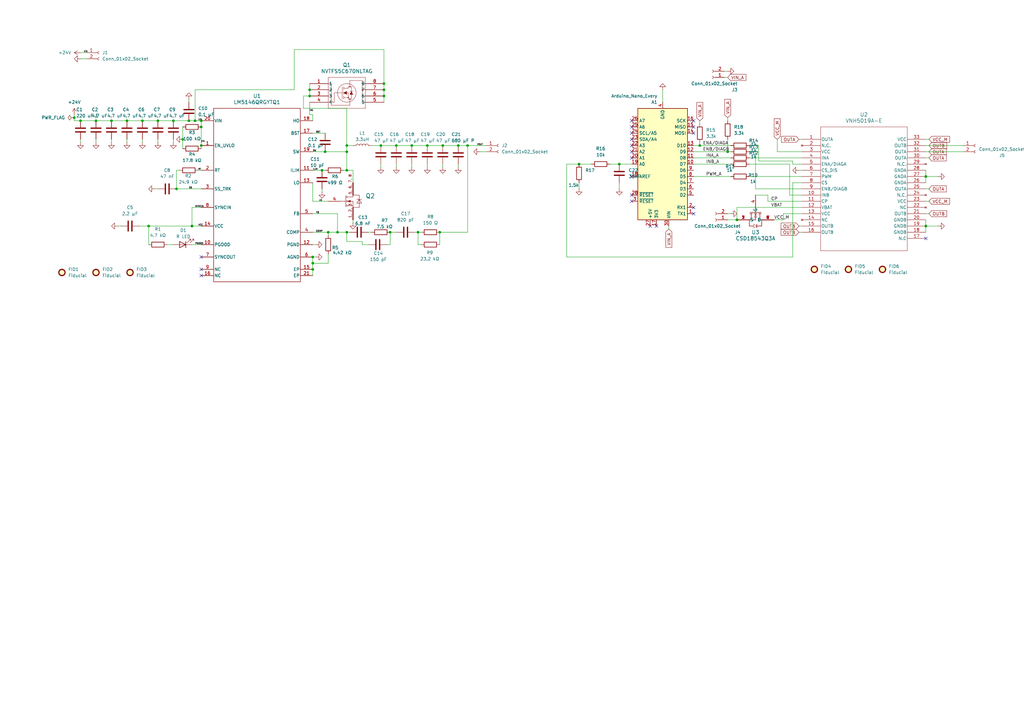
<source format=kicad_sch>
(kicad_sch (version 20250114) (generator "eeschema") (generator_version "9.0")
  (paper "A3")
  (junction (at 39.37 49.53))
  (junction (at 157.48 39.37))
  (junction (at 138.43 95.25))
  (junction (at 127 39.37))
  (junction (at 254 67.31))
  (junction (at 71.12 49.53))
  (junction (at 80.01 49.53))
  (junction (at 45.72 49.53))
  (junction (at 128.27 110.49))
  (junction (at 171.45 95.25))
  (junction (at 379.73 92.71))
  (junction (at 157.48 36.83))
  (junction (at 187.96 59.69))
  (junction (at 82.55 49.53))
  (junction (at 142.24 59.69))
  (junction (at 175.26 59.69))
  (junction (at 160.02 95.25))
  (junction (at 52.07 49.53))
  (junction (at 132.08 69.85))
  (junction (at 74.93 57.15))
  (junction (at 64.77 49.53))
  (junction (at 180.34 95.25))
  (junction (at 134.62 95.25))
  (junction (at 142.24 69.85))
  (junction (at 33.02 49.53))
  (junction (at 379.73 72.39))
  (junction (at 128.27 107.95))
  (junction (at 142.24 62.23))
  (junction (at 82.55 52.07))
  (junction (at 287.02 59.69))
  (junction (at 168.91 59.69))
  (junction (at 181.61 59.69))
  (junction (at 191.77 59.69))
  (junction (at 133.35 62.23))
  (junction (at 162.56 59.69))
  (junction (at 77.47 49.53))
  (junction (at 82.55 59.69))
  (junction (at 157.48 34.29))
  (junction (at 302.26 90.17))
  (junction (at 78.74 92.71))
  (junction (at 58.42 49.53))
  (junction (at 60.96 92.71))
  (junction (at 298.45 62.23))
  (junction (at 128.27 105.41))
  (junction (at 237.49 67.31))
  (junction (at 127 36.83))
  (junction (at 156.21 59.69))
  (junction (at 142.24 95.25))
  (junction (at 30.48 48.26))
  (junction (at 72.39 77.47))
  (no_connect (at 379.73 97.79))
  (no_connect (at 259.08 64.77))
  (no_connect (at 82.55 110.49))
  (no_connect (at 82.55 105.41))
  (no_connect (at 266.7 92.71))
  (no_connect (at 259.08 49.53))
  (no_connect (at 259.08 54.61))
  (no_connect (at 259.08 62.23))
  (no_connect (at 259.08 57.15))
  (no_connect (at 284.48 85.09))
  (no_connect (at 284.48 87.63))
  (no_connect (at 259.08 59.69))
  (no_connect (at 259.08 72.39))
  (no_connect (at 259.08 52.07))
  (no_connect (at 284.48 52.07))
  (no_connect (at 259.08 82.55))
  (no_connect (at 284.48 54.61))
  (no_connect (at 269.24 92.71))
  (no_connect (at 284.48 49.53))
  (no_connect (at 82.55 113.03))
  (no_connect (at 259.08 80.01))
  (wire (pts (xy 142.24 44.45) (xy 142.24 59.69)))
  (wire (pts (xy 287.02 49.53) (xy 287.02 50.8)))
  (wire (pts (xy 187.96 67.31) (xy 187.96 68.58)))
  (wire (pts (xy 30.48 49.53) (xy 33.02 49.53)))
  (wire (pts (xy 171.45 95.25) (xy 172.72 95.25)))
  (wire (pts (xy 298.45 62.23) (xy 299.72 62.23)))
  (wire (pts (xy 142.24 62.23) (xy 133.35 62.23)))
  (wire (pts (xy 58.42 49.53) (xy 64.77 49.53)))
  (wire (pts (xy 237.49 67.31) (xy 242.57 67.31)))
  (wire (pts (xy 328.93 67.31) (xy 325.12 67.31)))
  (wire (pts (xy 327.66 69.85) (xy 328.93 69.85)))
  (wire (pts (xy 142.24 59.69) (xy 144.78 59.69)))
  (wire (pts (xy 379.73 72.39) (xy 379.73 74.93)))
  (wire (pts (xy 284.48 67.31) (xy 299.72 67.31)))
  (wire (pts (xy 309.88 80.01) (xy 314.96 80.01)))
  (wire (pts (xy 232.41 105.41) (xy 325.12 105.41)))
  (wire (pts (xy 52.07 57.15) (xy 52.07 58.42)))
  (wire (pts (xy 157.48 20.32) (xy 157.48 34.29)))
  (wire (pts (xy 168.91 67.31) (xy 168.91 68.58)))
  (wire (pts (xy 168.91 59.69) (xy 175.26 59.69)))
  (wire (pts (xy 156.21 59.69) (xy 162.56 59.69)))
  (wire (pts (xy 162.56 67.31) (xy 162.56 68.58)))
  (wire (pts (xy 128.27 82.55) (xy 134.62 82.55)))
  (wire (pts (xy 57.15 92.71) (xy 60.96 92.71)))
  (wire (pts (xy 78.74 85.09) (xy 82.55 85.09)))
  (wire (pts (xy 379.73 72.39) (xy 384.81 72.39)))
  (wire (pts (xy 128.27 69.85) (xy 132.08 69.85)))
  (wire (pts (xy 74.93 57.15) (xy 74.93 60.96)))
  (wire (pts (xy 298.45 90.17) (xy 302.26 90.17)))
  (wire (pts (xy 271.78 41.91) (xy 271.78 36.83)))
  (wire (pts (xy 128.27 74.93) (xy 128.27 82.55)))
  (wire (pts (xy 133.35 62.23) (xy 128.27 62.23)))
  (wire (pts (xy 33.02 24.13) (xy 35.56 24.13)))
  (wire (pts (xy 142.24 62.23) (xy 142.24 69.85)))
  (wire (pts (xy 157.48 36.83) (xy 157.48 39.37)))
  (wire (pts (xy 191.77 59.69) (xy 199.39 59.69)))
  (wire (pts (xy 379.73 59.69) (xy 394.97 59.69)))
  (wire (pts (xy 73.66 69.85) (xy 72.39 69.85)))
  (wire (pts (xy 58.42 57.15) (xy 58.42 58.42)))
  (wire (pts (xy 60.96 92.71) (xy 60.96 100.33)))
  (wire (pts (xy 318.77 62.23) (xy 328.93 62.23)))
  (wire (pts (xy 134.62 95.25) (xy 134.62 96.52)))
  (wire (pts (xy 254 74.93) (xy 254 77.47)))
  (wire (pts (xy 232.41 67.31) (xy 237.49 67.31)))
  (wire (pts (xy 133.35 69.85) (xy 132.08 69.85)))
  (wire (pts (xy 138.43 87.63) (xy 138.43 95.25)))
  (wire (pts (xy 181.61 67.31) (xy 181.61 68.58)))
  (wire (pts (xy 134.62 95.25) (xy 138.43 95.25)))
  (wire (pts (xy 120.65 20.32) (xy 157.48 20.32)))
  (wire (pts (xy 142.24 99.06) (xy 148.59 99.06)))
  (wire (pts (xy 142.24 69.85) (xy 144.78 69.85)))
  (wire (pts (xy 142.24 95.25) (xy 142.24 99.06)))
  (wire (pts (xy 157.48 39.37) (xy 157.48 41.91)))
  (wire (pts (xy 64.77 77.47) (xy 63.5 77.47)))
  (wire (pts (xy 71.12 49.53) (xy 77.47 49.53)))
  (wire (pts (xy 307.34 62.23) (xy 309.88 62.23)))
  (wire (pts (xy 82.55 69.85) (xy 81.28 69.85)))
  (wire (pts (xy 298.45 87.63) (xy 299.72 87.63)))
  (wire (pts (xy 311.15 59.69) (xy 307.34 59.69)))
  (wire (pts (xy 318.77 57.15) (xy 318.77 62.23)))
  (wire (pts (xy 162.56 59.69) (xy 168.91 59.69)))
  (wire (pts (xy 78.74 100.33) (xy 82.55 100.33)))
  (wire (pts (xy 124.46 39.37) (xy 127 39.37)))
  (wire (pts (xy 309.88 77.47) (xy 328.93 77.47)))
  (wire (pts (xy 328.93 57.15) (xy 327.66 57.15)))
  (wire (pts (xy 140.97 69.85) (xy 142.24 69.85)))
  (wire (pts (xy 72.39 69.85) (xy 72.39 77.47)))
  (wire (pts (xy 127 36.83) (xy 127 39.37)))
  (wire (pts (xy 128.27 107.95) (xy 128.27 105.41)))
  (wire (pts (xy 45.72 57.15) (xy 45.72 58.42)))
  (wire (pts (xy 80.01 49.53) (xy 82.55 49.53)))
  (wire (pts (xy 82.55 59.69) (xy 82.55 60.96)))
  (wire (pts (xy 311.15 66.04) (xy 311.15 59.69)))
  (wire (pts (xy 134.62 104.14) (xy 134.62 107.95)))
  (wire (pts (xy 314.96 82.55) (xy 328.93 82.55)))
  (wire (pts (xy 379.73 87.63) (xy 381 87.63)))
  (wire (pts (xy 39.37 49.53) (xy 45.72 49.53)))
  (wire (pts (xy 68.58 100.33) (xy 71.12 100.33)))
  (wire (pts (xy 82.55 49.53) (xy 82.55 52.07)))
  (wire (pts (xy 128.27 95.25) (xy 134.62 95.25)))
  (wire (pts (xy 298.45 57.15) (xy 298.45 62.23)))
  (wire (pts (xy 134.62 107.95) (xy 128.27 107.95)))
  (wire (pts (xy 49.53 92.71) (xy 48.26 92.71)))
  (wire (pts (xy 128.27 46.99) (xy 128.27 49.53)))
  (wire (pts (xy 64.77 49.53) (xy 71.12 49.53)))
  (wire (pts (xy 287.02 59.69) (xy 284.48 59.69)))
  (wire (pts (xy 78.74 92.71) (xy 82.55 92.71)))
  (wire (pts (xy 307.34 67.31) (xy 323.85 67.31)))
  (wire (pts (xy 379.73 92.71) (xy 384.81 92.71)))
  (wire (pts (xy 171.45 100.33) (xy 171.45 95.25)))
  (wire (pts (xy 323.85 67.31) (xy 323.85 80.01)))
  (wire (pts (xy 160.02 95.25) (xy 162.56 95.25)))
  (wire (pts (xy 120.65 36.83) (xy 120.65 20.32)))
  (wire (pts (xy 160.02 100.33) (xy 160.02 95.25)))
  (wire (pts (xy 250.19 67.31) (xy 254 67.31)))
  (wire (pts (xy 175.26 67.31) (xy 175.26 68.58)))
  (wire (pts (xy 77.47 49.53) (xy 80.01 49.53)))
  (wire (pts (xy 180.34 95.25) (xy 180.34 100.33)))
  (wire (pts (xy 128.27 110.49) (xy 128.27 107.95)))
  (wire (pts (xy 314.96 80.01) (xy 314.96 82.55)))
  (wire (pts (xy 74.93 52.07) (xy 74.93 57.15)))
  (wire (pts (xy 142.24 95.25) (xy 143.51 95.25)))
  (wire (pts (xy 128.27 105.41) (xy 129.54 105.41)))
  (wire (pts (xy 60.96 92.71) (xy 78.74 92.71)))
  (wire (pts (xy 148.59 99.06) (xy 148.59 100.33)))
  (wire (pts (xy 309.88 62.23) (xy 309.88 77.47)))
  (wire (pts (xy 325.12 74.93) (xy 328.93 74.93)))
  (wire (pts (xy 170.18 95.25) (xy 171.45 95.25)))
  (wire (pts (xy 187.96 59.69) (xy 191.77 59.69)))
  (wire (pts (xy 196.85 62.23) (xy 199.39 62.23)))
  (wire (pts (xy 71.12 57.15) (xy 71.12 58.42)))
  (wire (pts (xy 142.24 59.69) (xy 142.24 62.23)))
  (wire (pts (xy 156.21 67.31) (xy 156.21 68.58)))
  (wire (pts (xy 298.45 48.26) (xy 298.45 49.53)))
  (wire (pts (xy 80.01 49.53) (xy 80.01 36.83)))
  (wire (pts (xy 158.75 100.33) (xy 160.02 100.33)))
  (wire (pts (xy 325.12 66.04) (xy 311.15 66.04)))
  (wire (pts (xy 317.5 90.17) (xy 321.31 90.17)))
  (wire (pts (xy 124.46 44.45) (xy 124.46 39.37)))
  (wire (pts (xy 80.01 36.83) (xy 120.65 36.83)))
  (wire (pts (xy 302.26 85.09) (xy 328.93 85.09)))
  (wire (pts (xy 379.73 82.55) (xy 381 82.55)))
  (wire (pts (xy 321.31 87.63) (xy 328.93 87.63)))
  (wire (pts (xy 127 41.91) (xy 127 46.99)))
  (wire (pts (xy 45.72 49.53) (xy 52.07 49.53)))
  (wire (pts (xy 325.12 74.93) (xy 325.12 105.41)))
  (wire (pts (xy 237.49 74.93) (xy 237.49 77.47)))
  (wire (pts (xy 284.48 62.23) (xy 298.45 62.23)))
  (wire (pts (xy 284.48 72.39) (xy 299.72 72.39)))
  (wire (pts (xy 33.02 49.53) (xy 39.37 49.53)))
  (wire (pts (xy 82.55 52.07) (xy 82.55 59.69)))
  (wire (pts (xy 72.39 77.47) (xy 82.55 77.47)))
  (wire (pts (xy 151.13 95.25) (xy 152.4 95.25)))
  (wire (pts (xy 128.27 87.63) (xy 138.43 87.63)))
  (wire (pts (xy 307.34 64.77) (xy 328.93 64.77)))
  (wire (pts (xy 297.18 31.75) (xy 298.45 31.75)))
  (wire (pts (xy 175.26 59.69) (xy 181.61 59.69)))
  (wire (pts (xy 379.73 77.47) (xy 381 77.47)))
  (wire (pts (xy 254 67.31) (xy 259.08 67.31)))
  (wire (pts (xy 287.02 58.42) (xy 287.02 59.69)))
  (wire (pts (xy 325.12 67.31) (xy 325.12 66.04)))
  (wire (pts (xy 232.41 105.41) (xy 232.41 67.31)))
  (wire (pts (xy 128.27 54.61) (xy 133.35 54.61)))
  (wire (pts (xy 321.31 90.17) (xy 321.31 87.63)))
  (wire (pts (xy 379.73 62.23) (xy 394.97 62.23)))
  (wire (pts (xy 152.4 59.69) (xy 156.21 59.69)))
  (wire (pts (xy 302.26 85.09) (xy 302.26 90.17)))
  (wire (pts (xy 30.48 46.99) (xy 30.48 48.26)))
  (wire (pts (xy 142.24 44.45) (xy 124.46 44.45)))
  (wire (pts (xy 132.08 77.47) (xy 132.08 78.74)))
  (wire (pts (xy 379.73 69.85) (xy 379.73 72.39)))
  (wire (pts (xy 33.02 57.15) (xy 33.02 58.42)))
  (wire (pts (xy 172.72 100.33) (xy 171.45 100.33)))
  (wire (pts (xy 284.48 64.77) (xy 299.72 64.77)))
  (wire (pts (xy 379.73 92.71) (xy 379.73 95.25)))
  (wire (pts (xy 191.77 59.69) (xy 191.77 95.25)))
  (wire (pts (xy 127 46.99) (xy 128.27 46.99)))
  (wire (pts (xy 127 34.29) (xy 127 36.83)))
  (wire (pts (xy 39.37 57.15) (xy 39.37 58.42)))
  (wire (pts (xy 379.73 57.15) (xy 381 57.15)))
  (wire (pts (xy 323.85 80.01) (xy 328.93 80.01)))
  (wire (pts (xy 307.34 72.39) (xy 328.93 72.39)))
  (wire (pts (xy 138.43 95.25) (xy 142.24 95.25)))
  (wire (pts (xy 328.93 92.71) (xy 327.66 92.71)))
  (wire (pts (xy 299.72 59.69) (xy 287.02 59.69)))
  (wire (pts (xy 77.47 40.64) (xy 77.47 41.91)))
  (wire (pts (xy 128.27 113.03) (xy 128.27 110.49)))
  (wire (pts (xy 144.78 69.85) (xy 144.78 74.93)))
  (wire (pts (xy 379.73 90.17) (xy 379.73 92.71)))
  (wire (pts (xy 181.61 59.69) (xy 187.96 59.69)))
  (wire (pts (xy 144.78 90.17) (xy 144.78 91.44)))
  (wire (pts (xy 297.18 29.21) (xy 298.45 29.21)))
  (wire (pts (xy 33.02 21.59) (xy 35.56 21.59)))
  (wire (pts (xy 148.59 100.33) (xy 151.13 100.33)))
  (wire (pts (xy 379.73 64.77) (xy 381 64.77)))
  (wire (pts (xy 128.27 100.33) (xy 129.54 100.33)))
  (wire (pts (xy 328.93 95.25) (xy 327.66 95.25)))
  (wire (pts (xy 78.74 92.71) (xy 78.74 85.09)))
  (wire (pts (xy 52.07 49.53) (xy 58.42 49.53)))
  (wire (pts (xy 180.34 95.25) (xy 191.77 95.25)))
  (wire (pts (xy 274.32 92.71) (xy 274.32 93.98)))
  (wire (pts (xy 157.48 34.29) (xy 157.48 36.83)))
  (wire (pts (xy 30.48 48.26) (xy 30.48 49.53)))
  (wire (pts (xy 64.77 57.15) (xy 64.77 58.42)))
  (label "VOUT" (at 195.58 59.69 0) (effects (font (size 0.635 0.635))))
  (label "HG" (at 127 45.72 0) (effects (font (size 0.635 0.635))))
  (label "EN" (at 82.55 58.42 0) (effects (font (size 0.635 0.635))))
  (label "INA_A" (at 289.56 64.77 0))
  (label "VCC" (at 81.28 92.71 0) (effects (font (size 0.635 0.635))))
  (label "LG" (at 130.81 82.55 0) (effects (font (size 0.635 0.635))))
  (label "BST" (at 129.54 54.61 0) (effects (font (size 0.635 0.635))))
  (label "INB_A" (at 289.56 67.31 0))
  (label "ILIM" (at 128.27 69.85 0) (effects (font (size 0.635 0.635))))
  (label "PGOOD" (at 80.01 100.33 0) (effects (font (size 0.635 0.635))))
  (label "RT" (at 81.28 69.85 0) (effects (font (size 0.635 0.635))))
  (label "VIN" (at 34.29 21.59 0) (effects (font (size 0.635 0.635))))
  (label "PWM_A" (at 289.56 72.39 0))
  (label "VBAT" (at 316.23 85.09 0))
  (label "ENA{slash}DIAGA" (at 288.29 59.69 0))
  (label "VCC_M" (at 317.5 90.17 0))
  (label "COMP" (at 129.54 95.25 0) (effects (font (size 0.635 0.635))))
  (label "SYNCIN" (at 80.01 85.09 0) (effects (font (size 0.635 0.635))))
  (label "SW" (at 128.27 62.23 0) (effects (font (size 0.635 0.635))))
  (label "FB" (at 129.54 87.63 0) (effects (font (size 0.635 0.635))))
  (label "ENB{slash}DIAGB" (at 288.29 62.23 0))
  (label "CP" (at 316.23 82.55 0))
  (label "SS" (at 77.47 77.47 0) (effects (font (size 0.635 0.635))))
  (label "VIN" (at 81.28 49.53 0) (effects (font (size 0.635 0.635))))
  (global_label "OUTB" (shape input) (at 381 87.63 0) (property "Intersheetrefs" "${INTERSHEET_REFS}" (effects (hide yes))))
  (global_label "OUTB" (shape input) (at 327.66 92.71 180) (property "Intersheetrefs" "${INTERSHEET_REFS}" (effects (hide yes))))
  (global_label "VIN_A" (shape input) (at 287.02 49.53 90) (property "Intersheetrefs" "${INTERSHEET_REFS}" (effects (hide yes))))
  (global_label "VIN_A" (shape input) (at 274.32 93.98 270) (property "Intersheetrefs" "${INTERSHEET_REFS}" (effects (hide yes))))
  (global_label "VIN_A" (shape input) (at 298.45 48.26 90) (property "Intersheetrefs" "${INTERSHEET_REFS}" (effects (hide yes))))
  (global_label "OUTB" (shape input) (at 327.66 95.25 180) (property "Intersheetrefs" "${INTERSHEET_REFS}" (effects (hide yes))))
  (global_label "VCC_M" (shape input) (at 381 57.15 0) (property "Intersheetrefs" "${INTERSHEET_REFS}" (effects (hide yes))))
  (global_label "VCC_M" (shape input) (at 381 82.55 0) (property "Intersheetrefs" "${INTERSHEET_REFS}" (effects (hide yes))))
  (global_label "OUTA" (shape input) (at 327.66 57.15 180) (property "Intersheetrefs" "${INTERSHEET_REFS}" (effects (hide yes))))
  (global_label "VIN_A" (shape input) (at 298.45 31.75 0) (property "Intersheetrefs" "${INTERSHEET_REFS}" (effects (hide yes))))
  (global_label "OUTB" (shape input) (at 381 59.69 0) (property "Intersheetrefs" "${INTERSHEET_REFS}" (effects (hide yes))))
  (global_label "OUTA" (shape input) (at 381 77.47 0) (property "Intersheetrefs" "${INTERSHEET_REFS}" (effects (hide yes))))
  (global_label "OUTA" (shape input) (at 381 62.23 0) (property "Intersheetrefs" "${INTERSHEET_REFS}" (effects (hide yes))))
  (global_label "VCC_M" (shape input) (at 318.77 57.15 90) (property "Intersheetrefs" "${INTERSHEET_REFS}" (effects (hide yes))))
  (global_label "OUTA" (shape input) (at 381 64.77 0) (property "Intersheetrefs" "${INTERSHEET_REFS}" (effects (hide yes))))
  (symbol (lib_id "Mechanical:Fiducial") (at 347.98 110.49 0) (unit 1) (in_bom no)
    (property "Reference" "FID5" (at 350.52 109.2199 0) (effects (justify left)))
    (property "Value" "Fiducial" (at 350.52 111.7599 0) (effects (justify left)))
    (property "Footprint" "Fiducial:Fiducial_1mm_Mask2mm" (effects (hide yes)))
    (property "Description" "Fiducial Marker" (effects (hide yes)))
  )
  (symbol (lib_id "Connector:Conn_01x02_Socket") (at 40.64 21.59 0) (unit 1)
    (property "Reference" "J1" (at 41.91 21.5899 0) (effects (justify left)))
    (property "Value" "Conn_01x02_Socket" (at 41.91 24.1299 0) (effects (justify left)))
    (property "Footprint" "TerminalBlock:TerminalBlock_MaiXu_MX126-5.0-02P_1x02_P5.00mm" (effects (hide yes)))
    (property "Description" "Generic connector, single row, 01x02, script generated" (effects (hide yes)))
    (property "JLCPCB Part Number" "C8269" (effects (hide yes)))
  )
  (symbol (lib_id "Device:C") (at 71.12 53.34 0) (unit 1)
    (property "Reference" "C9" (at 69.342 44.958 0) (effects (justify left)))
    (property "Value" "4.7 uF" (at 69.342 47.498 0) (effects (justify left)))
    (property "Footprint" "Capacitor_SMD:C_1206_3216Metric" (effects (hide yes)))
    (property "Description" "Unpolarized capacitor" (effects (hide yes)))
    (property "JLCPCB Part Number" "C51205" (effects (hide yes)))
  )
  (symbol (lib_id "Device:R") (at 134.62 100.33 0) (unit 1)
    (property "Reference" "R5" (at 136.144 101.6 0) (effects (justify left)))
    (property "Value" "4.42 kΩ" (at 136.398 103.632 0) (effects (justify left)))
    (property "Footprint" "Resistor_SMD:R_0805_2012Metric" (effects (hide yes)))
    (property "Description" "Resistor" (effects (hide yes)))
    (property "JLCPCB Part Number" "C2960870" (effects (hide yes)))
  )
  (symbol (lib_id "power:GND") (at 384.81 92.71 90) (unit 1)
    (property "Reference" "#PWR029" (effects (hide yes)))
    (property "Value" "GND" (effects (hide yes)))
    (property "Description" "Power symbol creates a global label with name \"GND\" , ground" (effects (hide yes)))
  )
  (symbol (lib_id "power:GND") (at 187.96 68.58 0) (unit 1)
    (property "Reference" "#PWR024" (effects (hide yes)))
    (property "Value" "GND" (effects (hide yes)))
    (property "Description" "Power symbol creates a global label with name \"GND\" , ground" (effects (hide yes)))
  )
  (symbol (lib_id "Device:L") (at 148.59 59.69 90) (unit 1)
    (property "Reference" "L1" (at 148.59 54.61 90))
    (property "Value" "3.3uH" (at 148.59 57.15 90))
    (property "Footprint" "Buck_Footprint_Library:MS1770-3R3M" (effects (hide yes)))
    (property "Description" "Inductor" (effects (hide yes)))
    (property "JLCPCB Part Number" "C18337521" (effects (hide yes)))
  )
  (symbol (lib_id "power:GND") (at 129.54 100.33 90) (unit 1)
    (property "Reference" "#PWR015" (effects (hide yes)))
    (property "Value" "GND" (effects (hide yes)))
    (property "Description" "Power symbol creates a global label with name \"GND\" , ground" (effects (hide yes)))
  )
  (symbol (lib_id "Device:C") (at 254 71.12 0) (unit 1)
    (property "Reference" "C22" (at 257.81 69.8499 0) (effects (justify left)))
    (property "Value" "33nF" (at 257.81 72.3899 0) (effects (justify left)))
    (property "Footprint" "Capacitor_SMD:C_0603_1608Metric" (effects (hide yes)))
    (property "Description" "Unpolarized capacitor" (effects (hide yes)))
    (property "JLCPCB Part Number" "C21117" (effects (hide yes)))
  )
  (symbol (lib_id "Device:C") (at 52.07 53.34 0) (unit 1)
    (property "Reference" "C4" (at 50.292 44.958 0) (effects (justify left)))
    (property "Value" "4.7 uF" (at 50.292 47.498 0) (effects (justify left)))
    (property "Footprint" "Capacitor_SMD:C_1206_3216Metric" (effects (hide yes)))
    (property "Description" "Unpolarized capacitor" (effects (hide yes)))
    (property "JLCPCB Part Number" "C51205" (effects (hide yes)))
  )
  (symbol (lib_id "Device:C") (at 133.35 58.42 0) (unit 1)
    (property "Reference" "C12" (at 126.238 57.15 0) (effects (justify left)))
    (property "Value" "0.1 μF" (at 126.238 59.69 0) (effects (justify left)))
    (property "Footprint" "Capacitor_SMD:C_0603_1608Metric" (effects (hide yes)))
    (property "Description" "Unpolarized capacitor" (effects (hide yes)))
    (property "JLCPCB Part Number" "C14663" (effects (hide yes)))
  )
  (symbol (lib_id "Device:R") (at 77.47 69.85 90) (unit 1)
    (property "Reference" "R2" (at 77.216 72.136 90))
    (property "Value" "24.9 kΩ" (at 77.216 74.676 90))
    (property "Footprint" "Resistor_SMD:R_0603_1608Metric" (effects (hide yes)))
    (property "Description" "Resistor" (effects (hide yes)))
    (property "JLCPCB Part Number" "C25962" (effects (hide yes)))
  )
  (symbol (lib_id "power:+5V") (at 30.48 46.99 0) (unit 1)
    (property "Reference" "#PWR01" (effects (hide yes)))
    (property "Value" "+24V" (at 30.48 41.91 0))
    (property "Description" "Power symbol creates a global label with name \"+5V\"" (effects (hide yes)))
  )
  (symbol (lib_id "power:GND") (at 299.72 87.63 90) (unit 1)
    (property "Reference" "#PWR027" (effects (hide yes)))
    (property "Value" "GND" (effects (hide yes)))
    (property "Description" "Power symbol creates a global label with name \"GND\" , ground" (effects (hide yes)))
  )
  (symbol (lib_id "Device:R") (at 64.77 100.33 90) (unit 1)
    (property "Reference" "R1" (at 64.77 93.98 90))
    (property "Value" "4.7 kΩ" (at 64.77 96.52 90))
    (property "Footprint" "Resistor_SMD:R_0402_1005Metric" (effects (hide yes)))
    (property "Description" "Resistor" (effects (hide yes)))
    (property "JLCPCB Part Number" "C25900" (effects (hide yes)))
  )
  (symbol (lib_id "Device:R") (at 303.53 72.39 90) (unit 1)
    (property "Reference" "R10" (at 308.864 71.882 90))
    (property "Value" "1k" (at 308.864 74.422 90))
    (property "Footprint" "Resistor_SMD:R_0603_1608Metric" (effects (hide yes)))
    (property "Description" "Resistor" (effects (hide yes)))
    (property "JLCPCB Part Number" "C21190" (effects (hide yes)))
  )
  (symbol (lib_id "power:GND") (at 237.49 77.47 0) (unit 1)
    (property "Reference" "#PWR033" (effects (hide yes)))
    (property "Value" "GND" (effects (hide yes)))
    (property "Description" "Power symbol creates a global label with name \"GND\" , ground" (effects (hide yes)))
  )
  (symbol (lib_id "power:GND") (at 129.54 105.41 90) (unit 1)
    (property "Reference" "#PWR016" (effects (hide yes)))
    (property "Value" "GND" (effects (hide yes)))
    (property "Description" "Power symbol creates a global label with name \"GND\" , ground" (effects (hide yes)))
  )
  (symbol (lib_id "Device:C") (at 39.37 53.34 0) (unit 1)
    (property "Reference" "C2" (at 37.592 44.958 0) (effects (justify left)))
    (property "Value" "4.7 uF" (at 37.592 47.498 0) (effects (justify left)))
    (property "Footprint" "Capacitor_SMD:C_1206_3216Metric" (effects (hide yes)))
    (property "Description" "Unpolarized capacitor" (effects (hide yes)))
    (property "JLCPCB Part Number" "C51205" (effects (hide yes)))
  )
  (symbol (lib_id "power:GND") (at 327.66 69.85 270) (unit 1)
    (property "Reference" "#PWR031" (effects (hide yes)))
    (property "Value" "GND" (effects (hide yes)))
    (property "Description" "Power symbol creates a global label with name \"GND\" , ground" (effects (hide yes)))
  )
  (symbol (lib_id "power:GND") (at 144.78 91.44 0) (unit 1)
    (property "Reference" "#PWR018" (effects (hide yes)))
    (property "Value" "GND" (effects (hide yes)))
    (property "Description" "Power symbol creates a global label with name \"GND\" , ground" (effects (hide yes)))
  )
  (symbol (lib_id "Device:C") (at 58.42 53.34 0) (unit 1)
    (property "Reference" "C6" (at 56.642 44.958 0) (effects (justify left)))
    (property "Value" "4.7 uF" (at 56.642 47.498 0) (effects (justify left)))
    (property "Footprint" "Capacitor_SMD:C_1206_3216Metric" (effects (hide yes)))
    (property "Description" "Unpolarized capacitor" (effects (hide yes)))
    (property "JLCPCB Part Number" "C51205" (effects (hide yes)))
  )
  (symbol (lib_id "power:GND") (at 168.91 68.58 0) (unit 1)
    (property "Reference" "#PWR021" (effects (hide yes)))
    (property "Value" "GND" (effects (hide yes)))
    (property "Description" "Power symbol creates a global label with name \"GND\" , ground" (effects (hide yes)))
  )
  (symbol (lib_id "Buck_Library:NVTFS5C670NLTAG") (at 127 34.29 0) (unit 1)
    (property "Reference" "Q1" (at 142.24 26.67 0) (effects (font (size 1.524 1.524))))
    (property "Value" "NVTFS5C670NLTAG" (at 142.24 29.21 0) (effects (font (size 1.524 1.524))))
    (property "Footprint" "Buck_Footprint_Library:WDFN8_511AB_ONS" (effects (hide yes)))
    (property "Datasheet" "NVTFS5C670NLTAG" (effects (hide yes)))
    (property "JLCPCB Part Number" "C900529" (effects (hide yes)))
  )
  (symbol (lib_id "Device:C") (at 187.96 63.5 0) (unit 1)
    (property "Reference" "C21" (at 185.166 55.118 0) (effects (justify left)))
    (property "Value" "680 µF P" (at 185.166 57.658 0) (effects (justify left)))
    (property "Footprint" "Buck_Footprint_Library:MA35V680M10X13" (effects (hide yes)))
    (property "Description" "Unpolarized capacitor" (effects (hide yes)))
    (property "JLCPCB Part Number" "C48971043" (effects (hide yes)))
  )
  (symbol (lib_id "Device:LED") (at 74.93 100.33 180) (unit 1)
    (property "Reference" "D1" (at 75.184 94.488 0))
    (property "Value" "R LED" (at 75.184 97.028 0))
    (property "Footprint" "LED_SMD:LED_0402_1005Metric" (effects (hide yes)))
    (property "Description" "Light emitting diode" (effects (hide yes)))
    (property "Sim.Pins" "1=K 2=A" (effects (hide yes)))
    (property "JLCPCB Part Number" "C510301" (effects (hide yes)))
  )
  (symbol (lib_id "Device:C") (at 166.37 95.25 90) (unit 1)
    (property "Reference" "C17" (at 166.37 87.63 90))
    (property "Value" "820 pF" (at 166.37 90.17 90))
    (property "Footprint" "Capacitor_SMD:C_0603_1608Metric" (effects (hide yes)))
    (property "Description" "Unpolarized capacitor" (effects (hide yes)))
    (property "JLCPCB Part Number" "C1632 " (effects (hide yes)))
  )
  (symbol (lib_id "power:GND") (at 52.07 58.42 0) (unit 1)
    (property "Reference" "#PWR08" (effects (hide yes)))
    (property "Value" "GND" (effects (hide yes)))
    (property "Description" "Power symbol creates a global label with name \"GND\" , ground" (effects (hide yes)))
  )
  (symbol (lib_id "Device:C") (at 181.61 63.5 0) (unit 1)
    (property "Reference" "C20" (at 178.816 55.118 0) (effects (justify left)))
    (property "Value" "47 μF" (at 178.816 57.658 0) (effects (justify left)))
    (property "Footprint" "Capacitor_SMD:C_1210_3225Metric" (effects (hide yes)))
    (property "Description" "Unpolarized capacitor" (effects (hide yes)))
    (property "JLCPCB Part Number" "C5440143" (effects (hide yes)))
  )
  (symbol (lib_id "Device:R") (at 303.53 59.69 90) (unit 1)
    (property "Reference" "R14" (at 309.118 57.658 90))
    (property "Value" "1k" (at 309.118 59.182 90))
    (property "Footprint" "Resistor_SMD:R_0603_1608Metric" (effects (hide yes)))
    (property "Description" "Resistor" (effects (hide yes)))
    (property "JLCPCB Part Number" "C21190" (effects (hide yes)))
  )
  (symbol (lib_id "power:GND") (at 196.85 62.23 270) (unit 1)
    (property "Reference" "#PWR025" (effects (hide yes)))
    (property "Value" "GND" (effects (hide yes)))
    (property "Description" "Power symbol creates a global label with name \"GND\" , ground" (effects (hide yes)))
  )
  (symbol (lib_id "Device:C") (at 168.91 63.5 0) (unit 1)
    (property "Reference" "C18" (at 166.116 55.118 0) (effects (justify left)))
    (property "Value" "47 μF" (at 166.116 57.658 0) (effects (justify left)))
    (property "Footprint" "Capacitor_SMD:C_1210_3225Metric" (effects (hide yes)))
    (property "Description" "Unpolarized capacitor" (effects (hide yes)))
    (property "JLCPCB Part Number" "C5440143" (effects (hide yes)))
  )
  (symbol (lib_id "power:GND") (at 45.72 58.42 0) (unit 1)
    (property "Reference" "#PWR06" (effects (hide yes)))
    (property "Value" "GND" (effects (hide yes)))
    (property "Description" "Power symbol creates a global label with name \"GND\" , ground" (effects (hide yes)))
  )
  (symbol (lib_id "power:+5V") (at 33.02 21.59 90) (unit 1)
    (property "Reference" "#PWR02" (effects (hide yes)))
    (property "Value" "+24V" (at 29.21 21.5899 90) (effects (justify left)))
    (property "Description" "Power symbol creates a global label with name \"+5V\"" (effects (hide yes)))
  )
  (symbol (lib_id "MCU_Module:Arduino_Nano_Every") (at 271.78 67.31 180) (unit 1)
    (property "Reference" "A1" (at 269.6367 41.91 0) (effects (justify left)))
    (property "Value" "Arduino_Nano_Every" (at 269.6367 39.37 0) (effects (justify left)))
    (property "Footprint" "Module:Arduino_Nano" (effects (hide yes)))
    (property "Datasheet" "https://content.arduino.cc/assets/NANOEveryV3.0_sch.pdf" (effects (hide yes)))
    (property "Description" "Arduino Nano Every" (effects (hide yes)))
  )
  (symbol (lib_id "Device:C") (at 154.94 100.33 90) (unit 1)
    (property "Reference" "C14" (at 155.194 103.886 90))
    (property "Value" "150 pF" (at 155.194 106.426 90))
    (property "Footprint" "Capacitor_SMD:C_0603_1608Metric" (effects (hide yes)))
    (property "Description" "Unpolarized capacitor" (effects (hide yes)))
    (property "JLCPCB Part Number" "C1594 " (effects (hide yes)))
  )
  (symbol (lib_id "power:GND") (at 156.21 68.58 0) (unit 1)
    (property "Reference" "#PWR019" (effects (hide yes)))
    (property "Value" "GND" (effects (hide yes)))
    (property "Description" "Power symbol creates a global label with name \"GND\" , ground" (effects (hide yes)))
  )
  (symbol (lib_id "power:GND") (at 63.5 77.47 270) (unit 1)
    (property "Reference" "#PWR010" (effects (hide yes)))
    (property "Value" "GND" (effects (hide yes)))
    (property "Description" "Power symbol creates a global label with name \"GND\" , ground" (effects (hide yes)))
  )
  (symbol (lib_id "Device:R") (at 303.53 67.31 90) (unit 1)
    (property "Reference" "R11" (at 299.466 68.326 90))
    (property "Value" "1k" (at 299.212 69.85 90))
    (property "Footprint" "Resistor_SMD:R_0603_1608Metric" (effects (hide yes)))
    (property "Description" "Resistor" (effects (hide yes)))
    (property "JLCPCB Part Number" "C21190" (effects (hide yes)))
  )
  (symbol (lib_id "power:GND") (at 71.12 58.42 0) (unit 1)
    (property "Reference" "#PWR012" (effects (hide yes)))
    (property "Value" "GND" (effects (hide yes)))
    (property "Description" "Power symbol creates a global label with name \"GND\" , ground" (effects (hide yes)))
  )
  (symbol (lib_id "Device:C") (at 45.72 53.34 0) (unit 1)
    (property "Reference" "C3" (at 43.942 44.958 0) (effects (justify left)))
    (property "Value" "4.7 uF" (at 43.942 47.498 0) (effects (justify left)))
    (property "Footprint" "Capacitor_SMD:C_1206_3216Metric" (effects (hide yes)))
    (property "Description" "Unpolarized capacitor" (effects (hide yes)))
    (property "JLCPCB Part Number" "C51205" (effects (hide yes)))
  )
  (symbol (lib_id "power:GND") (at 33.02 58.42 0) (unit 1)
    (property "Reference" "#PWR04" (effects (hide yes)))
    (property "Value" "GND" (effects (hide yes)))
    (property "Description" "Power symbol creates a global label with name \"GND\" , ground" (effects (hide yes)))
  )
  (symbol (lib_id "Buck_Library:VNH5019A-E") (at 328.93 57.15 0) (unit 1)
    (property "Reference" "U2" (at 354.33 46.99 0) (effects (font (size 1.524 1.524))))
    (property "Value" "VNH5019A-E" (at 354.33 49.53 0) (effects (font (size 1.524 1.524))))
    (property "Footprint" "Buck_Footprint_Library:SOIC_5019A-E_STM" (effects (hide yes)))
    (property "Datasheet" "VNH5019A-E" (effects (hide yes)))
    (property "JLCPCB Part Number" "C2653552" (effects (hide yes)))
  )
  (symbol (lib_id "power:GND") (at 175.26 68.58 0) (unit 1)
    (property "Reference" "#PWR022" (effects (hide yes)))
    (property "Value" "GND" (effects (hide yes)))
    (property "Description" "Power symbol creates a global label with name \"GND\" , ground" (effects (hide yes)))
  )
  (symbol (lib_id "power:GND") (at 254 77.47 0) (unit 1)
    (property "Reference" "#PWR032" (effects (hide yes)))
    (property "Value" "GND" (effects (hide yes)))
    (property "Description" "Power symbol creates a global label with name \"GND\" , ground" (effects (hide yes)))
  )
  (symbol (lib_id "Device:C") (at 53.34 92.71 90) (unit 1)
    (property "Reference" "C5" (at 53.34 85.09 90))
    (property "Value" "2.2 μF" (at 53.34 87.63 90))
    (property "Footprint" "Capacitor_SMD:C_0603_1608Metric" (effects (hide yes)))
    (property "Description" "Unpolarized capacitor" (effects (hide yes)))
    (property "JLCPCB Part Number" "C43922" (effects (hide yes)))
  )
  (symbol (lib_id "Device:C") (at 162.56 63.5 0) (unit 1)
    (property "Reference" "C16" (at 159.766 55.118 0) (effects (justify left)))
    (property "Value" "47 μF" (at 159.766 57.658 0) (effects (justify left)))
    (property "Footprint" "Capacitor_SMD:C_1210_3225Metric" (effects (hide yes)))
    (property "Description" "Unpolarized capacitor" (effects (hide yes)))
    (property "JLCPCB Part Number" "C5440143" (effects (hide yes)))
  )
  (symbol (lib_id "power:GND") (at 64.77 58.42 0) (unit 1)
    (property "Reference" "#PWR011" (effects (hide yes)))
    (property "Value" "GND" (effects (hide yes)))
    (property "Description" "Power symbol creates a global label with name \"GND\" , ground" (effects (hide yes)))
  )
  (symbol (lib_id "Buck_Library:BSC014N06NS") (at 139.7 80.01 0) (unit 1)
    (property "Reference" "Q2" (at 149.86 80.3774 0) (effects (font (size 1.8288 1.8288)) (justify left)))
    (property "Value" "BSC014N06NS" (effects (hide yes)))
    (property "Footprint" "Buck_Footprint_Library:INF-PG-TDSON-8-FL" (effects (hide yes)))
    (property "Description" "OptiMOS Power - MOSFET, 60 V" (effects (hide yes)))
    (property "ManufacturerPartNumber" "BSC014N06NS" (effects (hide yes)))
    (property "PackageReference" "PG-TDSON-8 FL" (effects (hide yes)))
    (property "Manufacturer" "Infineon Technologies" (effects (hide yes)))
    (property "JLCPCB Part Number" "C113391" (effects (hide yes)))
  )
  (symbol (lib_id "Device:R") (at 78.74 52.07 90) (unit 1)
    (property "Reference" "R3" (at 78.74 54.356 90))
    (property "Value" "100 kΩ" (at 78.74 56.896 90))
    (property "Footprint" "Resistor_SMD:R_0603_1608Metric" (effects (hide yes)))
    (property "Description" "Resistor" (effects (hide yes)))
    (property "JLCPCB Part Number" "C25803" (effects (hide yes)))
  )
  (symbol (lib_id "power:PWR_FLAG") (at 30.48 48.26 90) (unit 1)
    (property "Reference" "#FLG01" (effects (hide yes)))
    (property "Value" "PWR_FLAG" (at 26.67 48.2599 90) (effects (justify left)))
    (property "Description" "Special symbol for telling ERC where power comes from" (effects (hide yes)))
  )
  (symbol (lib_id "power:GND") (at 48.26 92.71 270) (unit 1)
    (property "Reference" "#PWR07" (effects (hide yes)))
    (property "Value" "GND" (effects (hide yes)))
    (property "Description" "Power symbol creates a global label with name \"GND\" , ground" (effects (hide yes)))
  )
  (symbol (lib_id "Device:C") (at 68.58 77.47 90) (unit 1)
    (property "Reference" "C8" (at 68.58 69.85 90))
    (property "Value" "47 nF" (at 68.58 72.39 90))
    (property "Footprint" "Capacitor_SMD:C_0402_1005Metric" (effects (hide yes)))
    (property "Description" "Unpolarized capacitor" (effects (hide yes)))
    (property "JLCPCB Part Number" "C307434" (effects (hide yes)))
  )
  (symbol (lib_id "Device:R") (at 246.38 67.31 90) (unit 1)
    (property "Reference" "R16" (at 246.38 60.96 90))
    (property "Value" "10k" (at 246.38 63.5 90))
    (property "Footprint" "Resistor_SMD:R_0603_1608Metric" (effects (hide yes)))
    (property "Description" "Resistor" (effects (hide yes)))
    (property "JLCPCB Part Number" "C25804 " (effects (hide yes)))
  )
  (symbol (lib_id "Mechanical:Fiducial") (at 361.95 110.49 0) (unit 1) (in_bom no)
    (property "Reference" "FID6" (at 364.49 109.2199 0) (effects (justify left)))
    (property "Value" "Fiducial" (at 364.49 111.7599 0) (effects (justify left)))
    (property "Footprint" "Fiducial:Fiducial_1mm_Mask2mm" (effects (hide yes)))
    (property "Description" "Fiducial Marker" (effects (hide yes)))
  )
  (symbol (lib_id "power:GND") (at 162.56 68.58 0) (unit 1)
    (property "Reference" "#PWR020" (effects (hide yes)))
    (property "Value" "GND" (effects (hide yes)))
    (property "Description" "Power symbol creates a global label with name \"GND\" , ground" (effects (hide yes)))
  )
  (symbol (lib_id "power:GND") (at 181.61 68.58 0) (unit 1)
    (property "Reference" "#PWR023" (effects (hide yes)))
    (property "Value" "GND" (effects (hide yes)))
    (property "Description" "Power symbol creates a global label with name \"GND\" , ground" (effects (hide yes)))
  )
  (symbol (lib_id "power:GND") (at 298.45 29.21 90) (unit 1)
    (property "Reference" "#PWR026" (effects (hide yes)))
    (property "Value" "GND" (effects (hide yes)))
    (property "Description" "Power symbol creates a global label with name \"GND\" , ground" (effects (hide yes)))
  )
  (symbol (lib_id "Mechanical:Fiducial") (at 39.37 111.76 0) (unit 1) (in_bom no)
    (property "Reference" "FID2" (at 41.91 110.4899 0) (effects (justify left)))
    (property "Value" "Fiducial" (at 41.91 113.0299 0) (effects (justify left)))
    (property "Footprint" "Fiducial:Fiducial_1mm_Mask2mm" (effects (hide yes)))
    (property "Description" "Fiducial Marker" (effects (hide yes)))
  )
  (symbol (lib_id "Device:C") (at 156.21 63.5 0) (unit 1)
    (property "Reference" "C15" (at 153.416 55.118 0) (effects (justify left)))
    (property "Value" "47 μF" (at 153.416 57.658 0) (effects (justify left)))
    (property "Footprint" "Capacitor_SMD:C_1210_3225Metric" (effects (hide yes)))
    (property "Description" "Unpolarized capacitor" (effects (hide yes)))
    (property "JLCPCB Part Number" "C5440143" (effects (hide yes)))
  )
  (symbol (lib_id "power:GND") (at 33.02 24.13 270) (unit 1)
    (property "Reference" "#PWR03" (effects (hide yes)))
    (property "Value" "GND" (effects (hide yes)))
    (property "Description" "Power symbol creates a global label with name \"GND\" , ground" (effects (hide yes)))
  )
  (symbol (lib_id "power:GND") (at 74.93 57.15 270) (unit 1)
    (property "Reference" "#PWR013" (effects (hide yes)))
    (property "Value" "GND" (effects (hide yes)))
    (property "Description" "Power symbol creates a global label with name \"GND\" , ground" (effects (hide yes)))
  )
  (symbol (lib_id "Buck_Library:CSD18543Q3A") (at 309.88 87.63 270) (unit 1)
    (property "Reference" "U3" (at 309.88 95.25 90) (effects (font (size 1.524 1.524))))
    (property "Value" "CSD18543Q3A" (at 309.88 97.79 90) (effects (font (size 1.524 1.524))))
    (property "Footprint" "Buck_Footprint_Library:DNH0008A" (effects (hide yes)))
    (property "Datasheet" "https://www.ti.com/lit/gpn/csd18543q3a" (effects (hide yes)))
    (property "JLCPCB Part Number" "C840100" (effects (hide yes)))
  )
  (symbol (lib_id "Device:R") (at 176.53 100.33 90) (unit 1)
    (property "Reference" "R9" (at 176.276 103.632 90))
    (property "Value" "23.2 kΩ" (at 176.276 106.172 90))
    (property "Footprint" "Resistor_SMD:R_0603_1608Metric" (effects (hide yes)))
    (property "Description" "Resistor" (effects (hide yes)))
    (property "JLCPCB Part Number" "C23346" (effects (hide yes)))
  )
  (symbol (lib_id "Device:C") (at 64.77 53.34 0) (unit 1)
    (property "Reference" "C7" (at 62.992 44.958 0) (effects (justify left)))
    (property "Value" "4.7 uF" (at 62.992 47.498 0) (effects (justify left)))
    (property "Footprint" "Capacitor_SMD:C_1206_3216Metric" (effects (hide yes)))
    (property "Description" "Unpolarized capacitor" (effects (hide yes)))
    (property "JLCPCB Part Number" "C51205" (effects (hide yes)))
  )
  (symbol (lib_id "Device:C") (at 77.47 45.72 0) (unit 1)
    (property "Reference" "C10" (at 81.28 44.4499 0) (effects (justify left)))
    (property "Value" "0.1 μF" (at 81.28 46.9899 0) (effects (justify left)))
    (property "Footprint" "Capacitor_SMD:C_0603_1608Metric" (effects (hide yes)))
    (property "Description" "Unpolarized capacitor" (effects (hide yes)))
    (property "JLCPCB Part Number" "C14663" (effects (hide yes)))
  )
  (symbol (lib_id "Connector:Conn_01x02_Socket") (at 292.1 31.75 180) (unit 1)
    (property "Reference" "J3" (at 302.514 36.83 0) (effects (justify left)))
    (property "Value" "Conn_01x02_Socket" (at 302.514 34.29 0) (effects (justify left)))
    (property "Footprint" "TerminalBlock:TerminalBlock_MaiXu_MX126-5.0-02P_1x02_P5.00mm" (effects (hide yes)))
    (property "Description" "Generic connector, single row, 01x02, script generated" (effects (hide yes)))
    (property "JLCPCB Part Number" "C8269" (effects (hide yes)))
  )
  (symbol (lib_id "Device:C") (at 175.26 63.5 0) (unit 1)
    (property "Reference" "C19" (at 172.466 55.118 0) (effects (justify left)))
    (property "Value" "47 μF" (at 172.466 57.658 0) (effects (justify left)))
    (property "Footprint" "Capacitor_SMD:C_1210_3225Metric" (effects (hide yes)))
    (property "Description" "Unpolarized capacitor" (effects (hide yes)))
    (property "JLCPCB Part Number" "C5440143" (effects (hide yes)))
  )
  (symbol (lib_id "Connector:Conn_01x02_Socket") (at 293.37 90.17 180) (unit 1)
    (property "Reference" "J4" (at 303.784 95.25 0) (effects (justify left)))
    (property "Value" "Conn_01x02_Socket" (at 303.784 92.71 0) (effects (justify left)))
    (property "Footprint" "TerminalBlock:TerminalBlock_MaiXu_MX126-5.0-02P_1x02_P5.00mm" (effects (hide yes)))
    (property "Description" "Generic connector, single row, 01x02, script generated" (effects (hide yes)))
    (property "JLCPCB Part Number" "C8269" (effects (hide yes)))
  )
  (symbol (lib_id "Mechanical:Fiducial") (at 25.4 111.76 0) (unit 1) (in_bom no)
    (property "Reference" "FID1" (at 27.94 110.4899 0) (effects (justify left)))
    (property "Value" "Fiducial" (at 27.94 113.0299 0) (effects (justify left)))
    (property "Footprint" "Fiducial:Fiducial_1mm_Mask2mm" (effects (hide yes)))
    (property "Description" "Fiducial Marker" (effects (hide yes)))
  )
  (symbol (lib_id "Device:R") (at 303.53 62.23 90) (unit 1)
    (property "Reference" "R13" (at 309.118 60.198 90))
    (property "Value" "1k" (at 309.118 61.722 90))
    (property "Footprint" "Resistor_SMD:R_0603_1608Metric" (effects (hide yes)))
    (property "Description" "Resistor" (effects (hide yes)))
    (property "JLCPCB Part Number" "C21190" (effects (hide yes)))
  )
  (symbol (lib_id "power:GND") (at 77.47 40.64 180) (unit 1)
    (property "Reference" "#PWR014" (effects (hide yes)))
    (property "Value" "GND" (effects (hide yes)))
    (property "Description" "Power symbol creates a global label with name \"GND\" , ground" (effects (hide yes)))
  )
  (symbol (lib_id "Device:R") (at 156.21 95.25 90) (unit 1)
    (property "Reference" "R7" (at 157.734 90.424 90))
    (property "Value" "7.5 kΩ" (at 157.734 92.964 90))
    (property "Footprint" "Resistor_SMD:R_0603_1608Metric" (effects (hide yes)))
    (property "Description" "Resistor" (effects (hide yes)))
    (property "JLCPCB Part Number" "C23234" (effects (hide yes)))
  )
  (symbol (lib_id "Device:R") (at 237.49 71.12 0) (unit 1)
    (property "Reference" "R17" (at 240.03 69.8499 0) (effects (justify left)))
    (property "Value" "1.5k" (at 233.172 75.946 0) (effects (justify left)))
    (property "Footprint" "Resistor_SMD:R_0603_1608Metric" (effects (hide yes)))
    (property "Description" "Resistor" (effects (hide yes)))
    (property "JLCPCB Part Number" "C22843" (effects (hide yes)))
  )
  (symbol (lib_id "power:GND") (at 271.78 36.83 180) (unit 1)
    (property "Reference" "#PWR030" (effects (hide yes)))
    (property "Value" "GND" (effects (hide yes)))
    (property "Description" "Power symbol creates a global label with name \"GND\" , ground" (effects (hide yes)))
  )
  (symbol (lib_id "Device:R") (at 287.02 54.61 0) (unit 1)
    (property "Reference" "R15" (at 289.56 53.3399 0) (effects (justify left)))
    (property "Value" "3.3k" (at 289.56 55.8799 0) (effects (justify left)))
    (property "Footprint" "Resistor_SMD:R_0603_1608Metric" (effects (hide yes)))
    (property "Description" "Resistor" (effects (hide yes)))
    (property "JLCPCB Part Number" "C22978" (effects (hide yes)))
  )
  (symbol (lib_id "power:GND") (at 384.81 72.39 90) (unit 1)
    (property "Reference" "#PWR028" (effects (hide yes)))
    (property "Value" "GND" (effects (hide yes)))
    (property "Description" "Power symbol creates a global label with name \"GND\" , ground" (effects (hide yes)))
  )
  (symbol (lib_id "Device:R") (at 137.16 69.85 90) (unit 1)
    (property "Reference" "R6" (at 137.414 72.39 90))
    (property "Value" "499 Ω" (at 137.414 74.93 90))
    (property "Footprint" "Resistor_SMD:R_0603_1608Metric" (effects (hide yes)))
    (property "Description" "Resistor" (effects (hide yes)))
    (property "JLCPCB Part Number" "C23065" (effects (hide yes)))
  )
  (symbol (lib_id "Connector:Conn_01x02_Socket") (at 204.47 59.69 0) (unit 1)
    (property "Reference" "J2" (at 205.74 59.6899 0) (effects (justify left)))
    (property "Value" "Conn_01x02_Socket" (at 205.74 62.2299 0) (effects (justify left)))
    (property "Footprint" "TerminalBlock:TerminalBlock_MaiXu_MX126-5.0-02P_1x02_P5.00mm" (effects (hide yes)))
    (property "Description" "Generic connector, single row, 01x02, script generated" (effects (hide yes)))
    (property "JLCPCB Part Number" "C8269" (effects (hide yes)))
  )
  (symbol (lib_id "Device:C") (at 132.08 73.66 0) (unit 1)
    (property "Reference" "C11" (at 127.254 65.278 0) (effects (justify left)))
    (property "Value" "10 pF" (at 127.254 67.818 0) (effects (justify left)))
    (property "Footprint" "Capacitor_SMD:C_0402_1005Metric" (effects (hide yes)))
    (property "Description" "Unpolarized capacitor" (effects (hide yes)))
    (property "JLCPCB Part Number" "C1845716" (effects (hide yes)))
  )
  (symbol (lib_id "Connector:Conn_01x02_Socket") (at 400.05 59.69 0) (unit 1)
    (property "Reference" "J5" (at 410.972 63.754 0))
    (property "Value" "Conn_01x02_Socket" (at 410.972 61.214 0))
    (property "Footprint" "TerminalBlock:TerminalBlock_MaiXu_MX126-5.0-02P_1x02_P5.00mm" (effects (hide yes)))
    (property "Description" "Generic connector, single row, 01x02, script generated" (effects (hide yes)))
    (property "JLCPCB Part Number" "C8269" (effects (hide yes)))
  )
  (symbol (lib_id "Device:C") (at 33.02 53.34 0) (unit 1)
    (property "Reference" "C1" (at 31.242 44.958 0) (effects (justify left)))
    (property "Value" "220 uF E" (at 31.242 47.498 0) (effects (justify left)))
    (property "Footprint" "Capacitor_SMD:CP_Elec_4x5.4" (effects (hide yes)))
    (property "Description" "Unpolarized capacitor" (effects (hide yes)))
    (property "JLCPCB Part Number" "C116389" (effects (hide yes)))
  )
  (symbol (lib_id "Device:R") (at 78.74 60.96 90) (unit 1)
    (property "Reference" "R4" (at 78.74 63.246 90))
    (property "Value" "17.8 kΩ" (at 78.74 65.786 90))
    (property "Footprint" "Resistor_SMD:R_0603_1608Metric" (effects (hide yes)))
    (property "Description" "Resistor" (effects (hide yes)))
    (property "JLCPCB Part Number" "C2933161" (effects (hide yes)))
  )
  (symbol (lib_id "power:GND") (at 132.08 78.74 0) (unit 1)
    (property "Reference" "#PWR017" (effects (hide yes)))
    (property "Value" "GND" (effects (hide yes)))
    (property "Description" "Power symbol creates a global label with name \"GND\" , ground" (effects (hide yes)))
  )
  (symbol (lib_id "Mechanical:Fiducial") (at 334.01 110.49 0) (unit 1) (in_bom no)
    (property "Reference" "FID4" (at 336.55 109.2199 0) (effects (justify left)))
    (property "Value" "Fiducial" (at 336.55 111.7599 0) (effects (justify left)))
    (property "Footprint" "Fiducial:Fiducial_1mm_Mask2mm" (effects (hide yes)))
    (property "Description" "Fiducial Marker" (effects (hide yes)))
  )
  (symbol (lib_id "Mechanical:Fiducial") (at 53.34 111.76 0) (unit 1) (in_bom no)
    (property "Reference" "FID3" (at 55.88 110.4899 0) (effects (justify left)))
    (property "Value" "Fiducial" (at 55.88 113.0299 0) (effects (justify left)))
    (property "Footprint" "Fiducial:Fiducial_1mm_Mask2mm" (effects (hide yes)))
    (property "Description" "Fiducial Marker" (effects (hide yes)))
  )
  (symbol (lib_id "Device:R") (at 298.45 53.34 0) (unit 1)
    (property "Reference" "R18" (at 300.99 52.0699 0) (effects (justify left)))
    (property "Value" "3.3k" (at 300.99 54.6099 0) (effects (justify left)))
    (property "Footprint" "Resistor_SMD:R_0603_1608Metric" (effects (hide yes)))
    (property "Description" "Resistor" (effects (hide yes)))
    (property "JLCPCB Part Number" "C22978" (effects (hide yes)))
  )
  (symbol (lib_id "Device:R") (at 303.53 64.77 90) (unit 1)
    (property "Reference" "R12" (at 309.118 62.738 90))
    (property "Value" "1k" (at 309.118 64.262 90))
    (property "Footprint" "Resistor_SMD:R_0603_1608Metric" (effects (hide yes)))
    (property "Description" "Resistor" (effects (hide yes)))
    (property "JLCPCB Part Number" "C21190" (effects (hide yes)))
  )
  (symbol (lib_id "power:GND") (at 39.37 58.42 0) (unit 1)
    (property "Reference" "#PWR05" (effects (hide yes)))
    (property "Value" "GND" (effects (hide yes)))
    (property "Description" "Power symbol creates a global label with name \"GND\" , ground" (effects (hide yes)))
  )
  (symbol (lib_id "Buck_Library:LM5146QRGYTQ1") (at 105.41 80.01 0) (unit 1)
    (property "Reference" "U1" (at 105.41 39.37 0) (effects (font (size 1.524 1.524))))
    (property "Value" "LM5146QRGYTQ1" (at 105.41 41.91 0) (effects (font (size 1.524 1.524))))
    (property "Footprint" "Buck_Footprint_Library:RGY0020B" (effects (hide yes)))
    (property "Datasheet" "https://www.ti.com/lit/gpn/lm5146-q1" (effects (hide yes)))
    (property "JLCPCB Part Number" "C2876733" (effects (hide yes)))
  )
  (symbol (lib_id "Device:C") (at 147.32 95.25 90) (unit 1)
    (property "Reference" "C13" (at 148.844 89.154 90))
    (property "Value" "6.8 nF" (at 148.844 91.694 90))
    (property "Footprint" "Capacitor_SMD:C_0603_1608Metric" (effects (hide yes)))
    (property "Description" "Unpolarized capacitor" (effects (hide yes)))
    (property "JLCPCB Part Number" "C107097" (effects (hide yes)))
  )
  (symbol (lib_id "Device:R") (at 176.53 95.25 90) (unit 1)
    (property "Reference" "R8" (at 176.53 88.9 90))
    (property "Value" "150 Ω" (at 176.53 91.44 90))
    (property "Footprint" "Resistor_SMD:R_0603_1608Metric" (effects (hide yes)))
    (property "Description" "Resistor" (effects (hide yes)))
    (property "JLCPCB Part Number" "C22808" (effects (hide yes)))
  )
  (symbol (lib_id "power:GND") (at 58.42 58.42 0) (unit 1)
    (property "Reference" "#PWR09" (effects (hide yes)))
    (property "Value" "GND" (effects (hide yes)))
    (property "Description" "Power symbol creates a global label with name \"GND\" , ground" (effects (hide yes)))
  )
)
</source>
